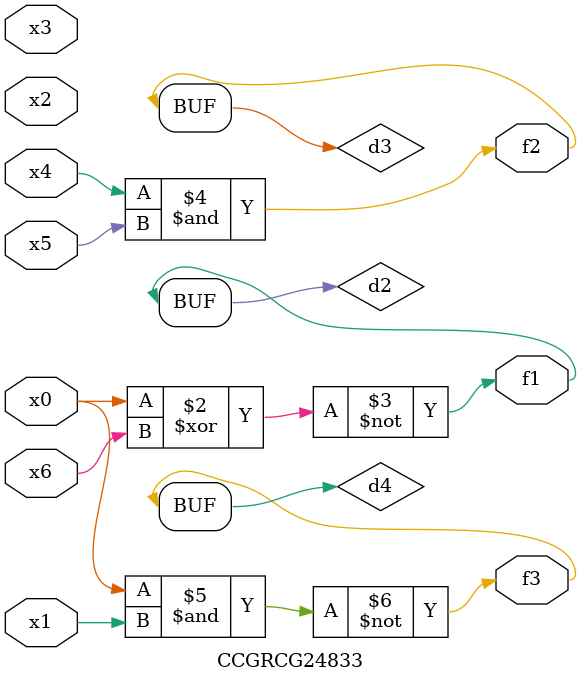
<source format=v>
module CCGRCG24833(
	input x0, x1, x2, x3, x4, x5, x6,
	output f1, f2, f3
);

	wire d1, d2, d3, d4;

	nor (d1, x0);
	xnor (d2, x0, x6);
	and (d3, x4, x5);
	nand (d4, x0, x1);
	assign f1 = d2;
	assign f2 = d3;
	assign f3 = d4;
endmodule

</source>
